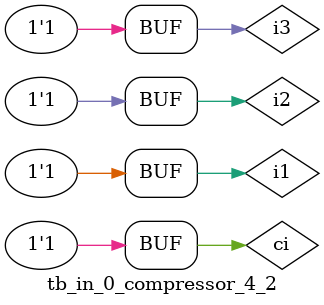
<source format=v>
`timescale 1ns / 1ps
module tb_in_0_compressor_4_2();
    
    reg i1,i2,i3,ci;
    wire co,c,d;
    
    initial begin
        {i1,i2,i3,ci} = 4'b0000;
    #20
        {i1,i2,i3,ci} = 4'b0001;
    #20
        {i1,i2,i3,ci} = 4'b0010;
    #20
        {i1,i2,i3,ci} = 4'b0011;
    #20
        {i1,i2,i3,ci} = 4'b0100;
    #20
        {i1,i2,i3,ci} = 4'b0101;
    #20
        {i1,i2,i3,ci} = 4'b0110;
    #20
        {i1,i2,i3,ci} = 4'b0111;
    #20
        {i1,i2,i3,ci} = 4'b1000;
    #20                    
        {i1,i2,i3,ci} = 4'b1001;
    #20                    
        {i1,i2,i3,ci} = 4'b1010;
    #20                    
        {i1,i2,i3,ci} = 4'b1011;
    #20                    
        {i1,i2,i3,ci} = 4'b1100;
    #20                    
        {i1,i2,i3,ci} = 4'b1101;
    #20                    
        {i1,i2,i3,ci} = 4'b1110;
    #20                    
        {i1,i2,i3,ci} = 4'b1111;
        
    end
    
    
    in_0_compressor_4_2 in_0_compressor_4_2_inst(
        .i1      (i1 ),
        .i2      (i2 ),
        .i3      (i3 ),
        .ci      (ci ),

        .co      (co ),
        .c       (c  ),
        .d       (d  )

    );
endmodule

</source>
